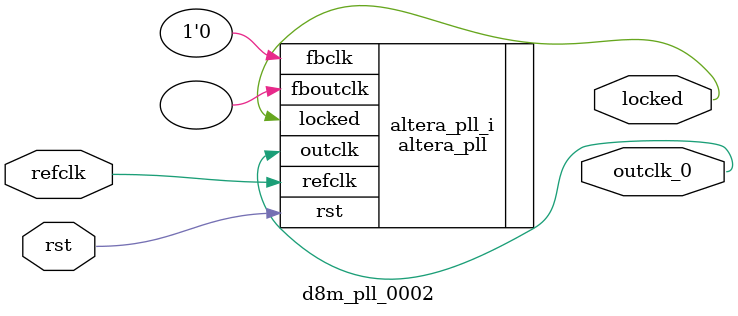
<source format=v>
`timescale 1ns/10ps
module  d8m_pll_0002(

	// interface 'refclk'
	input wire refclk,

	// interface 'reset'
	input wire rst,

	// interface 'outclk0'
	output wire outclk_0,

	// interface 'locked'
	output wire locked
);

	altera_pll #(
		.fractional_vco_multiplier("false"),
		.reference_clock_frequency("50.0 MHz"),
		.operation_mode("direct"),
		.number_of_clocks(1),
		.output_clock_frequency0("20.000000 MHz"),
		.phase_shift0("0 ps"),
		.duty_cycle0(50),
		.output_clock_frequency1("0 MHz"),
		.phase_shift1("0 ps"),
		.duty_cycle1(50),
		.output_clock_frequency2("0 MHz"),
		.phase_shift2("0 ps"),
		.duty_cycle2(50),
		.output_clock_frequency3("0 MHz"),
		.phase_shift3("0 ps"),
		.duty_cycle3(50),
		.output_clock_frequency4("0 MHz"),
		.phase_shift4("0 ps"),
		.duty_cycle4(50),
		.output_clock_frequency5("0 MHz"),
		.phase_shift5("0 ps"),
		.duty_cycle5(50),
		.output_clock_frequency6("0 MHz"),
		.phase_shift6("0 ps"),
		.duty_cycle6(50),
		.output_clock_frequency7("0 MHz"),
		.phase_shift7("0 ps"),
		.duty_cycle7(50),
		.output_clock_frequency8("0 MHz"),
		.phase_shift8("0 ps"),
		.duty_cycle8(50),
		.output_clock_frequency9("0 MHz"),
		.phase_shift9("0 ps"),
		.duty_cycle9(50),
		.output_clock_frequency10("0 MHz"),
		.phase_shift10("0 ps"),
		.duty_cycle10(50),
		.output_clock_frequency11("0 MHz"),
		.phase_shift11("0 ps"),
		.duty_cycle11(50),
		.output_clock_frequency12("0 MHz"),
		.phase_shift12("0 ps"),
		.duty_cycle12(50),
		.output_clock_frequency13("0 MHz"),
		.phase_shift13("0 ps"),
		.duty_cycle13(50),
		.output_clock_frequency14("0 MHz"),
		.phase_shift14("0 ps"),
		.duty_cycle14(50),
		.output_clock_frequency15("0 MHz"),
		.phase_shift15("0 ps"),
		.duty_cycle15(50),
		.output_clock_frequency16("0 MHz"),
		.phase_shift16("0 ps"),
		.duty_cycle16(50),
		.output_clock_frequency17("0 MHz"),
		.phase_shift17("0 ps"),
		.duty_cycle17(50),
		.pll_type("General"),
		.pll_subtype("General")
	) altera_pll_i (
		.rst	(rst),
		.outclk	({outclk_0}),
		.locked	(locked),
		.fboutclk	( ),
		.fbclk	(1'b0),
		.refclk	(refclk)
	);
endmodule


</source>
